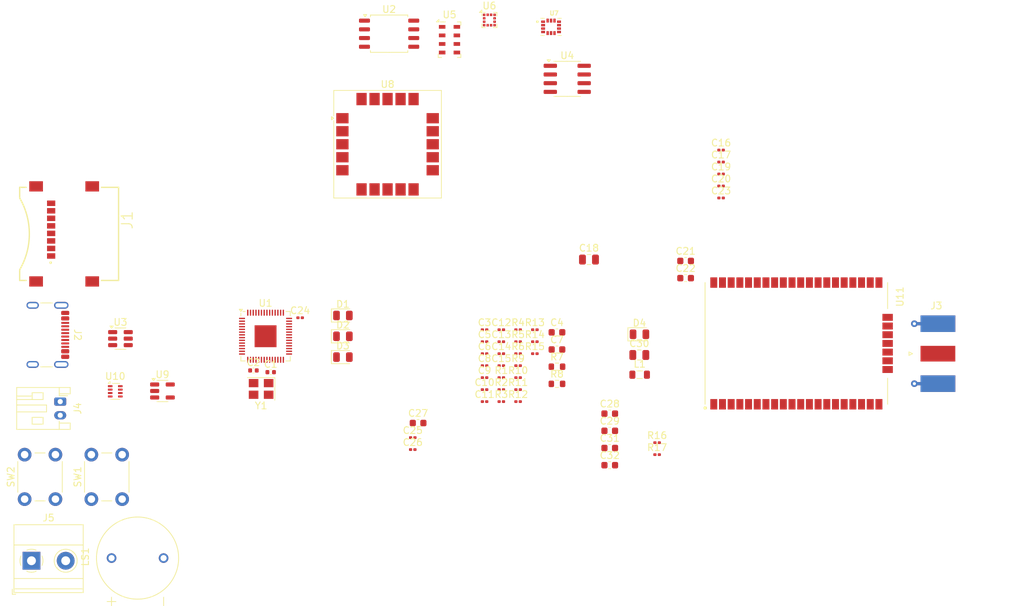
<source format=kicad_pcb>
(kicad_pcb (version 20240108) (generator "pcbnew") (generator_version "8.0")
  (layers (0 "F.Cu" signal) (1 "In1.Cu" signal) (2 "In2.Cu" signal) (31 "B.Cu" signal) (34 "B.Paste" user) (35 "F.Paste" user) (36 "B.SilkS" user "B.Silkscreen") (37 "F.SilkS" user "F.Silkscreen") (38 "B.Mask" user) (39 "F.Mask" user) (44 "Edge.Cuts" user))
  (net 0 "")
  (net 1 "GND")
  (net 2 "/XIN")
  (net 3 "Net-(C2-Pad1)")
  (net 4 "+3V3")
  (net 5 "+1V1")
  (net 6 "Net-(U6-C1)")
  (net 7 "/Power/PWR_SRC")
  (net 8 "+5V")
  (net 9 "/Power/REGULATOR_IN")
  (net 10 "+3V7")
  (net 11 "Net-(D1-K)")
  (net 12 "/PANIC")
  (net 13 "/STARTUP")
  (net 14 "Net-(D2-K)")
  (net 15 "/SD_EJECT")
  (net 16 "Net-(D3-K)")
  (net 17 "Net-(D4-K)")
  (net 19 "/SPI1_SCK")
  (net 20 "/SPI1_CS")
  (net 22 "/SPI1_MISO")
  (net 23 "/SPI1_MOSI")
  (net 24 "/D-")
  (net 25 "/D+")
  (net 26 "Net-(J2-CC1)")
  (net 27 "Net-(J2-CC2)")
  (net 30 "Net-(J3-In)")
  (net 31 "Net-(U9-SW)")
  (net 32 "RST_N")
  (net 33 "MCU_UART1_TX")
  (net 34 "MCU_UART1_RX")
  (net 35 "/QSPI_SS")
  (net 36 "Net-(R2-Pad1)")
  (net 37 "I2C0_SDA")
  (net 38 "I2C0_SCL")
  (net 39 "I2C1_SDA")
  (net 40 "I2C1_SCL")
  (net 41 "/MCU_D+")
  (net 42 "Net-(U1-USB_DP)")
  (net 43 "Net-(U1-USB_DM)")
  (net 44 "/MCU_D-")
  (net 45 "/XOUT")
  (net 46 "Net-(U10-ST)")
  (net 51 "MCU_UART0_RX")
  (net 52 "/QSPI_SCLK")
  (net 54 "/BUZZ")
  (net 59 "MCU_UART0_TX")
  (net 61 "/QSPI_SD1")
  (net 63 "/QSPI_SD3")
  (net 68 "/QSPI_SD2")
  (net 69 "/QSPI_SD0")
  (net 85 "Net-(LS1-PadN)")
  (footprint "Capacitor_SMD:C_0603_1608Metric" (layer "F.Cu") (at 151.235 128.76)
    (property "Reference" "C28" (at 0 -1.43 0) (layer "F.SilkS"))
    (property "Value" "1u")
    (pad "1" smd roundrect (at -0.775 0) (size 0.9 0.95) (layers "F.Cu" "F.Paste" "F.Mask") (net 7 "/Power/PWR_SRC"))
    (pad "2" smd roundrect (at 0.775 0) (size 0.9 0.95) (layers "F.Cu" "F.Paste" "F.Mask") (net 1 "GND"))
  )
  (footprint "Resistor_SMD:R_0201_0603Metric" (layer "F.Cu") (at 137.845 118.25)
    (property "Reference" "R5" (at 0 -1.05 0) (layer "F.SilkS"))
    (property "Value" "2k2")
    (pad "1" smd roundrect (at -0.32 0) (size 0.46 0.4) (layers "F.Cu" "F.Mask") (net 4 "+3V3"))
    (pad "2" smd roundrect (at 0.32 0) (size 0.46 0.4) (layers "F.Cu" "F.Mask") (net 39 "I2C1_SDA"))
  )
  (footprint "Resistor_SMD:R_0201_0603Metric" (layer "F.Cu") (at 137.845 120)
    (property "Reference" "R6" (at 0 -1.05 0) (layer "F.SilkS"))
    (property "Value" "2k2")
    (pad "1" smd roundrect (at -0.32 0) (size 0.46 0.4) (layers "F.Cu" "F.Mask") (net 4 "+3V3"))
    (pad "2" smd roundrect (at 0.32 0) (size 0.46 0.4) (layers "F.Cu" "F.Mask") (net 40 "I2C1_SCL"))
  )
  (footprint "Resistor_SMD:R_0201_0603Metric" (layer "F.Cu") (at 158.155 134.75)
    (property "Reference" "R17" (at 0 -1.05 0) (layer "F.SilkS"))
    (property "Value" "1k")
    (pad "1" smd roundrect (at -0.32 0) (size 0.46 0.4) (layers "F.Cu" "F.Mask") (net 17 "Net-(D4-K)"))
    (pad "2" smd roundrect (at 0.32 0) (size 0.46 0.4) (layers "F.Cu" "F.Mask") (net 1 "GND"))
  )
  (footprint "Capacitor_SMD:C_0201_0603Metric" (layer "F.Cu") (at 167.5 92)
    (property "Reference" "C17" (at 0 -1.05 0) (layer "F.SilkS"))
    (property "Value" "100n")
    (pad "1" smd roundrect (at -0.32 0) (size 0.46 0.4) (layers "F.Cu" "F.Mask") (net 4 "+3V3"))
    (pad "2" smd roundrect (at 0.32 0) (size 0.46 0.4) (layers "F.Cu" "F.Mask") (net 1 "GND"))
  )
  (footprint "Capacitor_SMD:C_0402_1005Metric" (layer "F.Cu") (at 101.7 122.7)
    (property "Reference" "C1" (at 0 -1.16 0) (layer "F.SilkS"))
    (property "Value" "15p")
    (pad "1" smd roundrect (at -0.48 0) (size 0.56 0.62) (layers "F.Cu" "F.Paste" "F.Mask") (net 2 "/XIN"))
    (pad "2" smd roundrect (at 0.48 0) (size 0.56 0.62) (layers "F.Cu" "F.Paste" "F.Mask") (net 1 "GND"))
  )
  (footprint "Package_TO_SOT_SMD:TSOT-23-5" (layer "F.Cu") (at 85.8875 125.45)
    (property "Reference" "U9" (at 0 -2.4 0) (layer "F.SilkS"))
    (property "Value" "LM3671MF")
    (pad "1" smd roundrect (at -1.1375 -0.95) (size 1.325 0.6) (layers "F.Cu" "F.Paste" "F.Mask") (net 9 "/Power/REGULATOR_IN"))
    (pad "2" smd roundrect (at -1.1375 0) (size 1.325 0.6) (layers "F.Cu" "F.Paste" "F.Mask") (net 1 "GND"))
    (pad "3" smd roundrect (at -1.1375 0.95) (size 1.325 0.6) (layers "F.Cu" "F.Paste" "F.Mask") (net 9 "/Power/REGULATOR_IN"))
    (pad "4" smd roundrect (at 1.1375 0.95) (size 1.325 0.6) (layers "F.Cu" "F.Paste" "F.Mask") (net 4 "+3V3"))
    (pad "5" smd roundrect (at 1.1375 -0.95) (size 1.325 0.6) (layers "F.Cu" "F.Paste" "F.Mask") (net 31 "Net-(U9-SW)"))
  )
  (footprint "Capacitor_SMD:C_0201_0603Metric" (layer "F.Cu") (at 132.945 120)
    (property "Reference" "C6" (at 0 -1.05 0) (layer "F.SilkS"))
    (property "Value" "100n")
    (pad "1" smd roundrect (at -0.32 0) (size 0.46 0.4) (layers "F.Cu" "F.Mask") (net 5 "+1V1"))
    (pad "2" smd roundrect (at 0.32 0) (size 0.46 0.4) (layers "F.Cu" "F.Mask") (net 1 "GND"))
  )
  (footprint "Package_TO_SOT_SMD:SOT-23-6" (layer "F.Cu") (at 79.75 117.8)
    (property "Reference" "U3" (at 0 -2.4 0) (layer "F.SilkS"))
    (property "Value" "USBLC6-2SC6")
    (pad "1" smd roundrect (at -1.1375 -0.95) (size 1.325 0.6) (layers "F.Cu" "F.Paste" "F.Mask") (net 24 "/D-"))
    (pad "2" smd roundrect (at -1.1375 0) (size 1.325 0.6) (layers "F.Cu" "F.Paste" "F.Mask") (net 1 "GND"))
    (pad "3" smd roundrect (at -1.1375 0.95) (size 1.325 0.6) (layers "F.Cu" "F.Paste" "F.Mask") (net 25 "/D+"))
    (pad "4" smd roundrect (at 1.1375 0.95) (size 1.325 0.6) (layers "F.Cu" "F.Paste" "F.Mask") (net 41 "/MCU_D+"))
    (pad "5" smd roundrect (at 1.1375 0) (size 1.325 0.6) (layers "F.Cu" "F.Paste" "F.Mask") (net 8 "+5V"))
    (pad "6" smd roundrect (at 1.1375 -0.95) (size 1.325 0.6) (layers "F.Cu" "F.Paste" "F.Mask") (net 44 "/MCU_D-"))
  )
  (footprint "Capacitor_SMD:C_0201_0603Metric" (layer "F.Cu") (at 122.455 134.01)
    (property "Reference" "C26" (at 0 -1.05 0) (layer "F.SilkS"))
    (property "Value" "100n")
    (pad "1" smd roundrect (at -0.32 0) (size 0.46 0.4) (layers "F.Cu" "F.Mask") (net 4 "+3V3"))
    (pad "2" smd roundrect (at 0.32 0) (size 0.46 0.4) (layers "F.Cu" "F.Mask") (net 1 "GND"))
  )
  (footprint "Capacitor_SMD:C_0201_0603Metric" (layer "F.Cu") (at 135.395 121.75)
    (property "Reference" "C15" (at 0 -1.05 0) (layer "F.SilkS"))
    (property "Value" "100n")
    (pad "1" smd roundrect (at -0.32 0) (size 0.46 0.4) (layers "F.Cu" "F.Mask") (net 4 "+3V3"))
    (pad "2" smd roundrect (at 0.32 0) (size 0.46 0.4) (layers "F.Cu" "F.Mask") (net 1 "GND"))
  )
  (footprint "Capacitor_SMD:C_0201_0603Metric" (layer "F.Cu") (at 132.945 116.5)
    (property "Reference" "C3" (at 0 -1.05 0) (layer "F.SilkS"))
    (property "Value" "100n")
    (pad "1" smd roundrect (at -0.32 0) (size 0.46 0.4) (layers "F.Cu" "F.Mask") (net 4 "+3V3"))
    (pad "2" smd roundrect (at 0.32 0) (size 0.46 0.4) (layers "F.Cu" "F.Mask") (net 1 "GND"))
  )
  (footprint "Package_DFN_QFN:QFN-56-1EP_7x7mm_P0.4mm_EP3.2x3.2mm" (layer "F.Cu") (at 100.95 117.45)
    (property "Reference" "U1" (at 0 -4.83 0) (layer "F.SilkS"))
    (property "Value" "RP2040")
    (pad "1" smd roundrect (at -3.4375 -2.6) (size 0.875 0.2) (layers "F.Cu" "F.Paste" "F.Mask") (net 4 "+3V3"))
    (pad "2" smd roundrect (at -3.4375 -2.2) (size 0.875 0.2) (layers "F.Cu" "F.Paste" "F.Mask") (net 59 "MCU_UART0_TX"))
    (pad "3" smd roundrect (at -3.4375 -1.8) (size 0.875 0.2) (layers "F.Cu" "F.Paste" "F.Mask") (net 51 "MCU_UART0_RX"))
    (pad "4" smd roundrect (at -3.4375 -1.4) (size 0.875 0.2) (layers "F.Cu" "F.Paste" "F.Mask"))
    (pad "5" smd roundrect (at -3.4375 -1) (size 0.875 0.2) (layers "F.Cu" "F.Paste" "F.Mask"))
    (pad "6" smd roundrect (at -3.4375 -0.6) (size 0.875 0.2) (layers "F.Cu" "F.Paste" "F.Mask") (net 37 "I2C0_SDA"))
    (pad "7" smd roundrect (at -3.4375 -0.2) (size 0.875 0.2) (layers "F.Cu" "F.Paste" "F.Mask") (net 38 "I2C0_SCL"))
    (pad "8" smd roundrect (at -3.4375 0.2) (size 0.875 0.2) (layers "F.Cu" "F.Paste" "F.Mask") (net 39 "I2C1_SDA"))
    (pad "9" smd roundrect (at -3.4375 0.6) (size 0.875 0.2) (layers "F.Cu" "F.Paste" "F.Mask") (net 40 "I2C1_SCL"))
    (pad "10" smd roundrect (at -3.4375 1) (size 0.875 0.2) (layers "F.Cu" "F.Paste" "F.Mask") (net 4 "+3V3"))
    (pad "11" smd roundrect (at -3.4375 1.4) (size 0.875 0.2) (layers "F.Cu" "F.Paste" "F.Mask") (net 22 "/SPI1_MISO"))
    (pad "12" smd roundrect (at -3.4375 1.8) (size 0.875 0.2) (layers "F.Cu" "F.Paste" "F.Mask") (net 20 "/SPI1_CS"))
    (pad "13" smd roundrect (at -3.4375 2.2) (size 0.875 0.2) (layers "F.Cu" "F.Paste" "F.Mask") (net 19 "/SPI1_SCK"))
    (pad "14" smd roundrect (at -3.4375 2.6) (size 0.875 0.2) (layers "F.Cu" "F.Paste" "F.Mask") (net 23 "/SPI1_MOSI"))
    (pad "15" smd roundrect (at -2.6 3.4375) (size 0.2 0.875) (layers "F.Cu" "F.Paste" "F.Mask"))
    (pad "16" smd roundrect (at -2.2 3.4375) (size 0.2 0.875) (layers "F.Cu" "F.Paste" "F.Mask"))
    (pad "17" smd roundrect (at -1.8 3.4375) (size 0.2 0.875) (layers "F.Cu" "F.Paste" "F.Mask"))
    (pad "18" smd roundrect (at -1.4 3.4375) (size 0.2 0.875) (layers "F.Cu" "F.Paste" "F.Mask"))
    (pad "19" smd roundrect (at -1 3.4375) (size 0.2 0.875) (layers "F.Cu" "F.Paste" "F.Mask") (net 1 "GND"))
    (pad "20" smd roundrect (at -0.6 3.4375) (size 0.2 0.875) (layers "F.Cu" "F.Paste" "F.Mask") (net 2 "/XIN"))
    (pad "21" smd roundrect (at -0.2 3.4375) (size 0.2 0.875) (layers "F.Cu" "F.Paste" "F.Mask") (net 45 "/XOUT"))
    (pad "22" smd roundrect (at 0.2 3.4375) (size 0.2 0.875) (layers "F.Cu" "F.Paste" "F.Mask") (net 4 "+3V3"))
    (pad "23" smd roundrect (at 0.6 3.4375) (size 0.2 0.875) (layers "F.Cu" "F.Paste" "F.Mask") (net 5 "+1V1"))
    (pad "24" smd roundrect (at 1 3.4375) (size 0.2 0.875) (layers "F.Cu" "F.Paste" "F.Mask"))
    (pad "25" smd roundrect (at 1.4 3.4375) (size 0.2 0.875) (layers "F.Cu" "F.Paste" "F.Mask"))
    (pad "26" smd roundrect (at 1.8 3.4375) (size 0.2 0.875) (layers "F.Cu" "F.Paste" "F.Mask") (net 32 "RST_N"))
    (pad "27" smd roundrect (at 2.2 3.4375) (size 0.2 0.875) (layers "F.Cu" "F.Paste" "F.Mask"))
    (pad "28" smd roundrect (at 2.6 3.4375) (size 0.2 0.875) (layers "F.Cu" "F.Paste" "F.Mask"))
    (pad "29" smd roundrect (at 3.4375 2.6) (size 0.875 0.2) (layers "F.Cu" "F.Paste" "F.Mask"))
    (pad "30" smd roundrect (at 3.4375 2.2) (size 0.875 0.2) (layers "F.Cu" "F.Paste" "F.Mask"))
    (pad "31" smd roundrect (at 3.4375 1.8) (size 0.875 0.2) (layers "F.Cu" "F.Paste" "F.Mask") (net 33 "MCU_UART1_TX"))
    (pad "32" smd roundrect (at 3.4375 1.4) (size 0.875 0.2) (layers "F.Cu" "F.Paste" "F.Mask") (net 34 "MCU_UART1_RX"))
    (pad "33" smd roundrect (at 3.4375 1) (size 0.875 0.2) (layers "F.Cu" "F.Paste" "F.Mask") (net 4 "+3V3"))
    (pad "34" smd roundrect (at 3.4375 0.6) (size 0.875 0.2) (layers "F.Cu" "F.Paste" "F.Mask") (net 15 "/SD_EJECT"))
    (pad "35" smd roundrect (at 3.4375 0.2) (size 0.875 0.2) (layers "F.Cu" "F.Paste" "F.Mask") (net 54 "/BUZZ"))
    (pad "36" smd roundrect (at 3.4375 -0.2) (size 0.875 0.2) (layers "F.Cu" "F.Paste" "F.Mask") (net 13 "/STARTUP"))
    (pad "37" smd roundrect (at 3.4375 -0.6) (size 0.875 0.2) (layers "F.Cu" "F.Paste" "F.Mask") (net 12 "/PANIC"))
    (pad "38" smd roundrect (at 3.4375 -1) (size 0.875 0.2) (layers "F.Cu" "F.Paste" "F.Mask"))
    (pad "39" smd roundrect (at 3.4375 -1.4) (size 0.875 0.2) (layers "F.Cu" "F.Paste" "F.Mask"))
    (pad "40" smd roundrect (at 3.4375 -1.8) (size 0.875 0.2) (layers "F.Cu" "F.Paste" "F.Mask"))
    (pad "41" smd roundrect (at 3.4375 -2.2) (size 0.875 0.2) (layers "F.Cu" "F.Paste" "F.Mask"))
    (pad "42" smd roundrect (at 3.4375 -2.6) (size 0.875 0.2) (layers "F.Cu" "F.Paste" "F.Mask") (net 4 "+3V3"))
    (pad "43" smd roundrect (at 2.6 -3.4375) (size 0.2 0.875) (layers "F.Cu" "F.Paste" "F.Mask") (net 4 "+3V3"))
    (pad "44" smd roundrect (at 2.2 -3.4375) (size 0.2 0.875) (layers "F.Cu" "F.Paste" "F.Mask") (net 4 "+3V3"))
    (pad "45" smd roundrect (at 1.8 -3.4375) (size 0.2 0.875) (layers "F.Cu" "F.Paste" "F.Mask") (net 5 "+1V1"))
    (pad "46" smd roundrect (at 1.4 -3.4375) (size 0.2 0.875) (layers "F.Cu" "F.Paste" "F.Mask") (net 43 "Net-(U1-USB_DM)"))
    (pad "47" smd roundrect (at 1 -3.4375) (size 0.2 0.875) (layers "F.Cu" "F.Paste" "F.Mask") (net 42 "Net-(U1-USB_DP)"))
    (pad "48" smd roundrect (at 0.6 -3.4375) (size 0.2 0.875) (layers "F.Cu" "F.Paste" "F.Mask") (net 4 "+3V3"))
    (pad "49" smd roundrect (at 0.2 -3.4375) (size 0.2 0.875) (layers "F.Cu" "F.Paste" "F.Mask") (net 4 "+3V3"))
    (pad "50" smd roundrect (at -0.2 -3.4375) (size 0.2 0.875) (layers "F.Cu" "F.Paste" "F.Mask") (net 5 "+1V1"))
    (pad "51" smd roundrect (at -0.6 -3.4375) (size 0.2 0.875) (layers "F.Cu" "F.Paste" "F.Mask") (net 63 "/QSPI_SD3"))
    (pad "52" smd roundrect (at -1 -3.4375) (size 0.2 0.875) (layers "F.Cu" "F.Paste" "F.Mask") (net 52 "/QSPI_SCLK"))
    (pad "53" smd roundrect (at -1.4 -3.4375) (size 0.2 0.875) (layers "F.Cu" "F.Paste" "F.Mask") (net 69 "/QSPI_SD0"))
    (pad "54" smd roundrect (at -1.8 -3.4375) (size 0.2 0.875) (layers "F.Cu" "F.Paste" "F.Mask") (net 68 "/QSPI_SD2"))
    (pad "55" smd roundrect (at -2.2 -3.4375) (size 0.2 0.875) (layers "F.Cu" "F.Paste" "F.Mask") (net 61 "/QSPI_SD1"))
    (pad "56" smd roundrect (at -2.6 -3.4375) (size 0.2 0.875) (layers "F.Cu" "F.Paste" "F.Mask") (net 35 "/QSPI_SS"))
    (pad "57" smd rect (at 0 0) (size 3.2 3.2) (property pad_prop_heatsink) (layers "F.Cu" "F.Mask") (net 1 "GND"))
  )
  (footprint "Capacitor_SMD:C_0201_0603Metric" (layer "F.Cu") (at 135.395 118.25)
    (property "Reference" "C13" (at 0 -1.05 0) (layer "F.SilkS"))
    (property "Value" "100n")
    (pad "1" smd roundrect (at -0.32 0) (size 0.46 0.4) (layers "F.Cu" "F.Mask") (net 4 "+3V3"))
    (pad "2" smd roundrect (at 0.32 0) (size 0.46 0.4) (layers "F.Cu" "F.Mask") (net 1 "GND"))
  )
  (footprint "Capacitor_SMD:C_0201_0603Metric" (layer "F.Cu") (at 167.5 95.5)
    (property "Reference" "C20" (at 0 -1.05 0) (layer "F.SilkS"))
    (property "Value" "100n")
    (pad "1" smd roundrect (at -0.32 0) (size 0.46 0.4) (layers "F.Cu" "F.Mask") (net 4 "+3V3"))
    (pad "2" smd roundrect (at 0.32 0) (size 0.46 0.4) (layers "F.Cu" "F.Mask") (net 1 "GND"))
  )
  (footprint "Capacitor_SMD:C_0201_0603Metric" (layer "F.Cu") (at 132.945 125.25)
    (property "Reference" "C10" (at 0 -1.05 0) (layer "F.SilkS"))
    (property "Value" "100n")
    (pad "1" smd roundrect (at -0.32 0) (size 0.46 0.4) (layers "F.Cu" "F.Mask") (net 4 "+3V3"))
    (pad "2" smd roundrect (at 0.32 0) (size 0.46 0.4) (layers "F.Cu" "F.Mask") (net 1 "GND"))
  )
  (footprint "Resistor_SMD:R_0201_0603Metric" (layer "F.Cu") (at 135.395 127)
    (property "Reference" "R3" (at 0 -1.05 0) (layer "F.SilkS"))
    (property "Value" "2k2")
    (pad "1" smd roundrect (at -0.32 0) (size 0.46 0.4) (layers "F.Cu" "F.Mask") (net 4 "+3V3"))
    (pad "2" smd roundrect (at 0.32 0) (size 0.46 0.4) (layers "F.Cu" "F.Mask") (net 37 "I2C0_SDA"))
  )
  (footprint "Capacitor_SMD:C_0201_0603Metric" (layer "F.Cu") (at 106 114.75)
    (property "Reference" "C24" (at 0 -1.05 0) (layer "F.SilkS"))
    (property "Value" "100n")
    (pad "1" smd roundrect (at -0.32 0) (size 0.46 0.4) (layers "F.Cu" "F.Mask") (net 4 "+3V3"))
    (pad "2" smd roundrect (at 0.32 0) (size 0.46 0.4) (layers "F.Cu" "F.Mask") (net 1 "GND"))
  )
  (footprint "Resistor_SMD:R_0201_0603Metric" (layer "F.Cu") (at 135.395 125.25)
    (property "Reference" "R2" (at 0 -1.05 0) (layer "F.SilkS"))
    (property "Value" "1k")
    (pad "1" smd roundrect (at -0.32 0) (size 0.46 0.4) (layers "F.Cu" "F.Mask") (net 36 "Net-(R2-Pad1)"))
    (pad "2" smd roundrect (at 0.32 0) (size 0.46 0.4) (layers "F.Cu" "F.Mask") (net 35 "/QSPI_SS"))
  )
  (footprint "Resistor_SMD:R_0201_0603Metric" (layer "F.Cu") (at 158.155 133)
    (property "Reference" "R16" (at 0 -1.05 0) (layer "F.SilkS"))
    (property "Value" "10k")
    (pad "1" smd roundrect (at -0.32 0) (size 0.46 0.4) (layers "F.Cu" "F.Mask") (net 8 "+5V"))
    (pad "2" smd roundrect (at 0.32 0) (size 0.46 0.4) (layers "F.Cu" "F.Mask") (net 46 "Net-(U10-ST)"))
  )
  (footprint "Capacitor_SMD:C_0603_1608Metric" (layer "F.Cu") (at 151.235 133.78)
    (property "Reference" "C31" (at 0 -1.43 0) (layer "F.SilkS"))
    (property "Value" "4u7")
    (pad "1" smd roundrect (at -0.775 0) (size 0.9 0.95) (layers "F.Cu" "F.Paste" "F.Mask") (net 9 "/Power/REGULATOR_IN"))
    (pad "2" smd roundrect (at 0.775 0) (size 0.9 0.95) (layers "F.Cu" "F.Paste" "F.Mask") (net 1 "GND"))
  )
  (footprint "Resistor_SMD:R_0201_0603Metric" (layer "F.Cu") (at 137.845 123.5)
    (property "Reference" "R10" (at 0 -1.05 0) (layer "F.SilkS"))
    (property "Value" "5k1")
    (pad "1" smd roundrect (at -0.32 0) (size 0.46 0.4) (layers "F.Cu" "F.Mask") (net 26 "Net-(J2-CC1)"))
    (pad "2" smd roundrect (at 0.32 0) (size 0.46 0.4) (layers "F.Cu" "F.Mask") (net 1 "GND"))
  )
  (footprint "Package_LGA:LGA-12_2x2mm_P0.5mm" (layer "F.Cu") (at 133.65 71.25)
    (property "Reference" "U6" (at 0 -2.075 0) (layer "F.SilkS"))
    (property "Value" "LIS2MDL")
    (pad "1" smd rect (at -0.7625 -0.75) (size 0.375 0.35) (layers "F.Cu" "F.Paste" "F.Mask") (net 38 "I2C0_SCL"))
    (pad "2" smd rect (at -0.7625 -0.25) (size 0.375 0.35) (layers "F.Cu" "F.Paste" "F.Mask"))
    (pad "3" smd rect (at -0.7625 0.25) (size 0.375 0.35) (layers "F.Cu" "F.Paste" "F.Mask") (net 4 "+3V3"))
    (pad "4" smd rect (at -0.7625 0.75) (size 0.375 0.35) (layers "F.Cu" "F.Paste" "F.Mask") (net 37 "I2C0_SDA"))
    (pad "5" smd rect (at -0.25 0.7625 90) (size 0.375 0.35) (layers "F.Cu" "F.Paste" "F.Mask") (net 6 "Net-(U6-C1)"))
    (pad "6" smd rect (at 0.25 0.7625 90) (size 0.375 0.35) (layers "F.Cu" "F.Paste" "F.Mask") (net 1 "GND"))
    (pad "7" smd rect (at 0.7625 0.75) (size 0.375 0.35) (layers "F.Cu" "F.Paste" "F.Mask"))
    (pad "8" smd rect (at 0.7625 0.25) (size 0.375 0.35) (layers "F.Cu" "F.Paste" "F.Mask") (net 1 "GND"))
    (pad "9" smd rect (at 0.7625 -0.25) (size 0.375 0.35) (layers "F.Cu" "F.Paste" "F.Mask") (net 4 "+3V3"))
    (pad "10" smd rect (at 0.7625 -0.75) (size 0.375 0.35) (layers "F.Cu" "F.Paste" "F.Mask") (net 4 "+3V3"))
    (pad "11" smd rect (at 0.25 -0.7625 90) (size 0.375 0.35) (layers "F.Cu" "F.Paste" "F.Mask"))
    (pad "12" smd rect (at -0.25 -0.7625 90) (size 0.375 0.35) (layers "F.Cu" "F.Paste" "F.Mask"))
  )
  (footprint "Capacitor_SMD:C_0603_1608Metric" (layer "F.Cu") (at 162.32 108.96)
    (property "Reference" "C22" (at 0 -1.43 0) (layer "F.SilkS"))
    (property "Value" "4u7")
    (pad "1" smd roundrect (at -0.775 0) (size 0.9 0.95) (layers "F.Cu" "F.Paste" "F.Mask") (net 4 "+3V3"))
    (pad "2" smd roundrect (at 0.775 0) (size 0.9 0.95) (layers "F.Cu" "F.Paste" "F.Mask") (net 1 "GND"))
  )
  (footprint "Capacitor_SMD:C_0201_0603Metric" (layer "F.Cu") (at 135.395 120)
    (property "Reference" "C14" (at 0 -1.05 0) (layer "F.SilkS"))
    (property "Value" "100n")
    (pad "1" smd roundrect (at -0.32 0) (size 0.46 0.4) (layers "F.Cu" "F.Mask") (net 4 "+3V3"))
    (pad "2" smd roundrect (at 0.32 0) (size 0.46 0.4) (layers "F.Cu" "F.Mask") (net 1 "GND"))
  )
  (footprint "Capacitor_SMD:C_0201_0603Metric" (layer "F.Cu") (at 122.455 132.26)
    (property "Reference" "C25" (at 0 -1.05 0) (layer "F.SilkS"))
    (property "Value" "100n")
    (pad "1" smd roundrect (at -0.32 0) (size 0.46 0.4) (layers "F.Cu" "F.Mask") (net 4 "+3V3"))
    (pad "2" smd roundrect (at 0.32 0) (size 0.46 0.4) (layers "F.Cu" "F.Mask") (net 1 "GND"))
  )
  (footprint "TerminalBlock_Phoenix:TerminalBlock_Phoenix_MKDS-1,5-2_1x02_P5.00mm_Horizontal" (layer "F.Cu") (at 66.75 150.25)
    (property "Reference" "J5" (at 2.5 -6.26 0) (layer "F.SilkS"))
    (property "Value" "ARM")
    (pad "1" thru_hole rect (at 0 0) (size 2.6 2.6) (drill 1.3) (layers "*.Cu" "*.Mask") (net 9 "/Power/REGULATOR_IN"))
    (pad "2" thru_hole circle (at 5 0) (size 2.6 2.6) (drill 1.3) (layers "*.Cu" "*.Mask") (net 7 "/Power/PWR_SRC"))
  )
  (footprint "Inductor_SMD:L_0805_2012Metric" (layer "F.Cu") (at 155.605 123.07)
    (property "Reference" "L1" (at 0 -1.55 0) (layer "F.SilkS"))
    (property "Value" "2u2")
    (pad "1" smd roundrect (at -1.0625 0) (size 0.875 1.2) (layers "F.Cu" "F.Paste" "F.Mask") (net 31 "Net-(U9-SW)"))
    (pad "2" smd roundrect (at 1.0625 0) (size 0.875 1.2) (layers "F.Cu" "F.Paste" "F.Mask") (net 4 "+3V3"))
  )
  (footprint "Resistor_SMD:R_0201_0603Metric" (layer "F.Cu") (at 137.845 125.25)
    (property "Reference" "R11" (at 0 -1.05 0) (layer "F.SilkS"))
    (property "Value" "5k1")
    (pad "1" smd roundrect (at -0.32 0) (size 0.46 0.4) (layers "F.Cu" "F.Mask") (net 27 "Net-(J2-CC2)"))
    (pad "2" smd roundrect (at 0.32 0) (size 0.46 0.4) (layers "F.Cu" "F.Mask") (net 1 "GND"))
  )
  (footprint "Resistor_SMD:R_0603_1608Metric" (layer "F.Cu") (at 143.525 124.41)
    (property "Reference" "R8" (at 0 -1.43 0) (layer "F.SilkS"))
    (property "Value" "27R")
    (pad "1" smd roundrect (at -0.825 0) (size 0.8 0.95) (layers "F.Cu" "F.Paste" "F.Mask") (net 44 "/MCU_D-"))
    (pad "2" smd roundrect (at 0.825 0) (size 0.8 0.95) (layers "F.Cu" "F.Paste" "F.Mask") (net 43 "Net-(U1-USB_DM)"))
  )
  (footprint "Capacitor_SMD:C_0603_1608Metric" (layer "F.Cu") (at 151.235 131.27)
    (property "Reference" "C29" (at 0 -1.43 0) (layer "F.SilkS"))
    (property "Value" "1u")
    (pad "1" smd roundrect (at -0.775 0) (size 0.9 0.95) (layers "F.Cu" "F.Paste" "F.Mask") (net 8 "+5V"))
    (pad "2" smd roundrect (at 0.775 0) (size 0.9 0.95) (layers "F.Cu" "F.Paste" "F.Mask") (net 1 "GND"))
  )
  (footprint "Resistor_SMD:R_0201_0603Metric" (layer "F.Cu") (at 137.845 121.75)
    (property "Reference" "R9" (at 0 -1.05 0) (layer "F.SilkS"))
    (property "Value" "1k")
    (pad "1" smd roundrect (at -0.32 0) (size 0.46 0.4) (layers "F.Cu" "F.Mask") (net 3 "Net-(C2-Pad1)"))
    (pad "2" smd roundrect (at 0.32 0) (size 0.46 0.4) (layers "F.Cu" "F.Mask") (net 45 "/XOUT"))
  )
  (footprint "LED_SMD:LED_0805_2012Metric" (layer "F.Cu") (at 155.575 117.165)
    (property "Reference" "D4" (at 0 -1.65 0) (layer "F.SilkS"))
    (property "Value" "GREEN LED")
    (pad "1" smd roundrect (at -0.9375 0) (size 0.975 1.4) (layers "F.Cu" "F.Paste" "F.Mask") (net 17 "Net-(D4-K)"))
    (pad "2" smd roundrect (at 0.9375 0) (size 0.975 1.4) (layers "F.Cu" "F.Paste" "F.Mask") (net 4 "+3V3"))
  )
  (footprint "Capacitor_SMD:C_0201_0603Metric" (layer "F.Cu") (at 167.5 93.75)
    (property "Reference" "C19" (at 0 -1.05 0) (layer "F.SilkS"))
    (property "Value" "100n")
    (pad "1" smd roundrect (at -0.32 0) (size 0.46 0.4) (layers "F.Cu" "F.Mask") (net 4 "+3V3"))
    (pad "2" smd roundrect (at 0.32 0) (size 0.46 0.4) (layers "F.Cu" "F.Mask") (net 1 "GND"))
  )
  (footprint "Capacitor_SMD:C_0201_0603Metric" (layer "F.Cu") (at 132.945 121.75)
    (property "Reference" "C8" (at 0 -1.05 0) (layer "F.SilkS"))
    (property "Value" "100n")
    (pad "1" smd roundrect (at -0.32 0) (size 0.46 0.4) (layers "F.Cu" "F.Mask") (net 4 "+3V3"))
    (pad "2" smd roundrect (at 0.32 0) (size 0.46 0.4) (layers "F.Cu" "F.Mask") (net 1 "GND"))
  )
  (footprint "LED_SMD:LED_0805_2012Metric" (layer "F.Cu") (at 112.25 117.46)
    (property "Reference" "D2" (at 0 -1.65 0) (layer "F.SilkS"))
    (property "Value" "GREEN LED")
    (pad "1" smd roundrect (at -0.9375 0) (size 0.975 1.4) (layers "F.Cu" "F.Paste" "F.Mask") (net 14 "Net-(D2-K)"))
    (pad "2" smd roundrect (at 0.9375 0) (size 0.975 1.4) (layers "F.Cu" "F.Paste" "F.Mask") (net 13 "/STARTUP"))
  )
  (footprint "Capacitor_SMD:C_0603_1608Metric" (layer "F.Cu") (at 143.525 119.39)
    (property "Reference" "C7" (at 0 -1.43 0) (layer "F.SilkS"))
    (property "Value" "1u")
    (pad "1" smd roundrect (at -0.775 0) (size 0.9 0.95) (layers "F.Cu" "F.Paste" "F.Mask") (net 4 "+3V3"))
    (pad "2" smd roundrect (at 0.775 0) (size 0.9 0.95) (layers "F.Cu" "F.Paste" "F.Mask") (net 1 "GND"))
  )
  (footprint "RF_GPS:ublox_SAM-M8Q" (layer "F.Cu") (at 118.775 89.4)
    (property "Reference" "U8" (at 0 -8.75 0) (layer "F.SilkS"))
    (property "Value" "SAM-M8Q")
    (pad "1" smd rect (at -6.6 -3.8) (size 1.8 1.5) (layers "F.Cu" "F.Mask") (net 1 "GND"))
    (pad "2" smd rect (at -6.6 -1.9) (size 1.8 1.5) (layers "F.Cu" "F.Mask") (net 4 "+3V3"))
    (pad "3" smd rect (at -6.6 0) (size 1.8 1.5) (layers "F.Cu" "F.Mask") (net 4 "+3V3"))
    (pad "4" smd rect (at -6.6 1.9) (size 1.8 1.5) (layers "F.Cu" "F.Mask") (net 1 "GND"))
    (pad "5" smd rect (at -6.6 3.8) (size 1.8 1.5) (layers "F.Cu" "F.Mask") (net 1 "GND"))
    (pad "6" smd rect (at -3.8 6.6) (size 1.5 1.8) (layers "F.Cu" "F.Mask") (net 1 "GND"))
    (pad "7" smd rect (at -1.9 6.6) (size 1.5 1.8) (layers "F.Cu" "F.Mask"))
    (pad "8" smd rect (at 0 6.6) (size 1.5 1.8) (layers "F.Cu" "F.Mask"))
    (pad "9" smd rect (at 1.9 6.6) (size 1.5 1.8) (layers "F.Cu" "F.Mask"))
    (pad "10" smd rect (at 3.8 6.6) (size 1.5 1.8) (layers "F.Cu" "F.Mask") (net 1 "GND"))
    (pad "11" smd rect (at 6.6 3.8) (size 1.8 1.5) (layers "F.Cu" "F.Mask") (net 1 "GND"))
    (pad "12" smd rect (at 6.6 1.9) (size 1.8 1.5) (layers "F.Cu" "F.Mask"))
    (pad "13" smd rect (at 6.6 0) (size 1.8 1.5) (layers "F.Cu" "F.Mask") (net 51 "MCU_UART0_RX"))
    (pad "14" smd rect (at 6.6 -1.9) (size 1.8 1.5) (layers "F.Cu" "F.Mask") (net 59 "MCU_UART0_TX"))
    (pad "15" smd rect (at 6.6 -3.8) (size 1.8 1.5) (layers "F.Cu" "F.Mask") (net 1 "GND"))
    (pad "16" smd rect (at 3.8 -6.6) (size 1.5 1.8) (layers "F.Cu" "F.Mask") (net 1 "GND"))
    (pad "17" smd rect (at 1.9 -6.6) (size 1.5 1.8) (layers "F.Cu" "F.Mask") (net 4 "+3V3"))
    (pad "18" smd rect (at 0 -6.6) (size 1.5 1.8) (layers "F.Cu" "F.Mask") (net 32 "RST_N"))
    (pad "19" smd rect (at -1.9 -6.6) (size 1.5 1.8) (layers "F.Cu" "F.Mask"))
    (pad "20" smd rect (at -3.8 -6.6) (size 1.5 1.8) (layers "F.Cu" "F.Mask") (net 1 "GND"))
  )
  (footprint "Crystal:Crystal_SMD_3225-4Pin_3.2x2.5mm" (layer "F.Cu") (at 100.3 125.15 180)
    (property "Reference" "Y1" (at 0 -2.45 0) (layer "F.SilkS"))
    (property "Value" "12MHz")
    (pad "1" smd rect (at -1.1 0.85 180) (size 1.4 1.2) (layers "F.Cu" "F.Paste" "F.Mask") (net 2 "/XIN"))
    (pad "2" smd rect (at 1.1 0.85 180) (size 1.4 1.2) (layers "F.Cu" "F.Paste" "F.Mask") (net 1 "GND"))
    (pad "3" smd rect (at 1.1 -0.85 180) (size 1.4 1.2) (layers "F.Cu" "F.Paste" "F.Mask") (net 1 "GND"))
    (pad "4" smd rect (at -1.1 -0.85 180) (size 1.4 1.2) (layers "F.Cu" "F.Paste" "F.Mask") (net 3 "Net-(C2-Pad1)"))
  )
  (footprint "Package_TO_SOT_SMD:SOT-583-8" (layer "F.Cu") (at 78.99 125.5)
    (property "Reference" "U10" (at 0 -2.2 0) (layer "F.SilkS"))
    (property "Value" "TPS2116DRL")
    (pad "1" smd roundrect (at -0.74 -0.75) (size 0.67 0.3) (layers "F.Cu" "F.Paste" "F.Mask") (roundrect_rratio 0.1666666667) (net 1 "GND"))
    (pad "2" smd roundrect (at -0.74 -0.25) (size 0.67 0.3) (layers "F.Cu" "F.Paste" "F.Mask") (roundrect_rratio 0.1666666667) (net 7 "/Power/PWR_SRC"))
    (pad "3" smd roundrect (at -0.74 0.25) (size 0.67 0.3) (layers "F.Cu" "F.Paste" "F.Mask") (roundrect_rratio 0.1666666667) (net 8 "+5V"))
    (pad "4" smd roundrect (at -0.74 0.75) (size 0.67 0.3) (layers "F.Cu" "F.Paste" "F.Mask") (roundrect_rratio 0.1666666667) (net 1 "GND"))
    (pad "5" smd roundrect (at 0.74 0.75) (size 0.67 0.3) (layers "F.Cu" "F.Paste" "F.Mask") (roundrect_rratio 0.1666666667) (net 1 "GND"))
    (pad "6" smd roundrect (at 0.74 0.25) (size 0.67 0.3) (layers "F.Cu" "F.Paste" "F.Mask") (roundrect_rratio 0.1666666667) (net 10 "+3V7"))
    (pad "7" smd roundrect (at 0.74 -0.25) (size 0.67 0.3) (layers "F.Cu" "F.Paste" "F.Mask") (roundrect_rratio 0.1666666667) (net 7 "/Power/PWR_SRC"))
    (pad "8" smd roundrect (at 0.74 -0.75) (size 0.67 0.3) (layers "F.Cu" "F.Paste" "F.Mask") (roundrect_rratio 0.1666666667) (net 46 "Net-(U10-ST)"))
  )
  (footprint "Capacitor_SMD:C_0402_1005Metric" (layer "F.Cu") (at 99.18 122.45)
    (property "Reference" "C2" (at 0 -1.16 0) (layer "F.SilkS"))
    (property "Value" "15p")
    (pad "1" smd roundrect (at -0.48 0) (size 0.56 0.62) (layers "F.Cu" "F.Paste" "F.Mask") (net 3 "Net-(C2-Pad1)"))
    (pad "2" smd roundrect (at 0.48 0) (size 0.56 0.62) (layers "F.Cu" "F.Paste" "F.Mask") (net 1 "GND"))
  )
  (footprint "Capacitor_SMD:C_0805_2012Metric" (layer "F.Cu") (at 148.2 106.25)
    (property "Reference" "C18" (at 0 -1.68 0) (layer "F.SilkS"))
    (property "Value" "10u")
    (pad "1" smd roundrect (at -0.95 0) (size 1 1.45) (layers "F.Cu" "F.Paste" "F.Mask") (net 4 "+3V3"))
    (pad "2" smd roundrect (at 0.95 0) (size 1 1.45) (layers "F.Cu" "F.Paste" "F.Mask") (net 1 "GND"))
  )
  (footprint "Resistor_SMD:R_0603_1608Metric" (layer "F.Cu") (at 143.525 121.9)
    (property "Reference" "R7" (at 0 -1.43 0) (layer "F.SilkS"))
    (property "Value" "27R")
    (pad "1" smd roundrect (at -0.825 0) (size 0.8 0.95) (layers "F.Cu" "F.Paste" "F.Mask") (net 41 "/MCU_D+"))
    (pad "2" smd roundrect (at 0.825 0) (size 0.8 0.95) (layers "F.Cu" "F.Paste" "F.Mask") (net 42 "Net-(U1-USB_DP)"))
  )
  (footprint "LED_SMD:LED_0805_2012Metric" (layer "F.Cu") (at 112.25 114.42)
    (property "Reference" "D1" (at 0 -1.65 0) (layer "F.SilkS"))
    (property "Value" "RED LED")
    (pad "1" smd roundrect (at -0.9375 0) (size 0.975 1.4) (layers "F.Cu" "F.Paste" "F.Mask") (net 11 "Net-(D1-K)"))
    (pad "2" smd roundrect (at 0.9375 0) (size 0.975 1.4) (layers "F.Cu" "F.Paste" "F.Mask") (net 12 "/PANIC"))
  )
  (footprint "Package_SO:SOIC-8_5.23x5.23mm_P1.27mm" (layer "F.Cu") (at 119 73.25)
    (property "Reference" "U2" (at 0 -3.56 0) (layer "F.SilkS"))
    (property "Value" "W25Q16JVSS")
    (pad "1" smd roundrect (at -3.6 -1.905) (size 1.6 0.6) (layers "F.Cu" "F.Paste" "F.Mask") (net 35 "/QSPI_SS"))
    (pad "2" smd roundrect (at -3.6 -0.635) (size 1.6 0.6) (layers "F.Cu" "F.Paste" "F.Mask") (net 61 "/QSPI_SD1"))
    (pad "3" smd roundrect (at -3.6 0.635) (size 1.6 0.6) (layers "F.Cu" "F.Paste" "F.Mask") (net 68 "/QSPI_SD2"))
    (pad "4" smd roundrect (at -3.6 1.905) (size 1.6 0.6) (layers "F.Cu" "F.Paste" "F.Mask") (net 1 "GND"))
    (pad "5" smd roundrect (at 3.6 1.905) (size 1.6 0.6) (layers "F.Cu" "F.Paste" "F.Mask") (net 69 "/QSPI_SD0"))
    (pad "6" smd roundrect (at 3.6 0.635) (size 1.6 0.6) (layers "F.Cu" "F.Paste" "F.Mask") (net 52 "/QSPI_SCLK"))
    (pad "7" smd roundrect (at 3.6 -0.635) (size 1.6 0.6) (layers "F.Cu" "F.Paste" "F.Mask") (net 63 "/QSPI_SD3"))
    (pad "8" smd roundrect (at 3.6 -1.905) (size 1.6 0.6) (layers "F.Cu" "F.Paste" "F.Mask") (net 4 "+3V3"))
  )
  (footprint "Connector_Coaxial:SMA_Molex_73251-1153_EdgeMount_Horizontal" (layer "F.Cu") (at 197.46 120 180)
    (property "Reference" "J3" (at -1.5 7 0) (layer "F.SilkS"))
    (property "Value" "SMA_Coax")
    (pad "1" smd rect (at -1.72 0 180) (size 5.08 2.29) (layers "F.Cu" "F.Paste" "F.Mask") (net 30 "Net-(J3-In)"))
    (pad "2" smd rect (at -1.72 -4.38 180) (size 5.08 2.42) (layers "F.Cu" "F.Paste" "F.Mask") (net 1 "GND"))
    (pad "2" smd rect (at -1.72 -4.38 180) (size 5.08 2.42) (layers "B.Cu" "B.Paste" "B.Mask") (net 1 "GND"))
    (pad "2" smd rect (at -1.72 4.38 180) (size 5.08 2.42) (layers "F.Cu" "F.Paste" "F.Mask") (net 1 "GND"))
    (pad "2" smd rect (at -1.72 4.38 180) (size 5.08 2.42) (layers "B.Cu" "B.Paste" "B.Mask") (net 1 "GND"))
    (pad "2" smd rect (at 1.27 -4.38 180) (size 0.95 0.46) (layers "F.Cu") (net 1 "GND"))
    (pad "2" smd rect (at 1.27 -4.38 180) (size 0.95 0.46) (layers "B.Cu") (net 1 "GND"))
    (pad "2" smd rect (at 1.27 4.38 180) (size 0.95 0.46) (layers "F.Cu") (net 1 "GND"))
    (pad "2" smd rect (at 1.27 4.38 180) (size 0.95 0.46) (layers "B.Cu") (net 1 "GND"))
    (pad "2" thru_hole circle (at 1.72 -4.38 180) (size 0.97 0.97) (drill 0.46) (layers "*.Cu") (net 1 "GND"))
    (pad "2" thru_hole circle (at 1.72 4.38 180) (size 0.97 0.97) (drill 0.46) (layers "*.Cu") (net 1 "GND"))
  )
  (footprint "Button_Switch_THT:SW_PUSH_6mm_H5mm" (layer "F.Cu") (at 75.5 141.25 90)
    (property "Reference" "SW1" (at 3.25 -2 90) (layer "F.SilkS"))
    (property "Value" "SW_Push")
    (pad "1" thru_hole circle (at 0 0 180) (size 2 2) (drill 1.1) (layers "*.Cu" "*.Mask") (net 1 "GND"))
    (pad "1" thru_hole circle (at 6.5 0 180) (size 2 2) (drill 1.1) (layers "*.Cu" "*.Mask") (net 1 "GND"))
    (pad "2" thru_hole circle (at 0 4.5 180) (size 2 2) (drill 1.1) (layers "*.Cu" "*.Mask") (net 36 "Net-(R2-Pad1)"))
    (pad "2" thru_hole circle (at 6.5 4.5 180) (size 2 2) (drill 1.1) (layers "*.Cu" "*.Mask") (net 36 "Net-(R2-Pad1)"))
  )
  (footprint "Capacitor_SMD:C_0201_0603Metric" (layer "F.Cu") (at 132.945 123.5)
    (property "Reference" "C9" (at 0 -1.05 0) (layer "F.SilkS"))
    (property "Value" "100n")
    (pad "1" smd roundrect (at -0.32 0) (size 0.46 0.4) (layers "F.Cu" "F.Mask") (net 4 "+3V3"))
    (pad "2" smd roundrect (at 0.32 0) (size 0.46 0.4) (layers "F.Cu" "F.Mask") (net 1 "GND"))
  )
  (footprint "Package_LGA:LGA-8_3x5mm_P1.25mm" (layer "F.Cu") (at 127.825 74.125)
    (property "Reference" "U5" (at 0 -3.65 0) (layer "F.SilkS"))
    (property "Value" "MS5607-02BA")
    (pad "1" smd rect (at -1.075 -1.875) (size 0.95 0.55) (layers "F.Cu" "F.Paste" "F.Mask") (net 4 "+3V3"))
    (pad "2" smd rect (at -1.075 -0.625) (size 0.95 0.55) (layers "F.Cu" "F.Paste" "F.Mask") (net 4 "+3V3"))
    (pad "3" smd rect (at -1.075 0.625) (size 0.95 0.55) (layers "F.Cu" "F.Paste" "F.Mask") (net 1 "GND"))
    (pad "4" smd rect (at -1.075 1.875) (size 0.95 0.55) (layers "F.Cu" "F.Paste" "F.Mask") (net 1 "GND"))
    (pad "5" smd rect (at 1.075 1.875) (size 0.95 0.55) (layers "F.Cu" "F.Paste" "F.Mask") (net 1 "GND"))
    (pad "6" smd rect (at 1.075 0.625) (size 0.95 0.55) (layers "F.Cu" "F.Paste" "F.Mask"))
    (pad "7" smd rect (at 1.075 -0.625) (size 0.95 0.55) (layers "F.Cu" "F.Paste" "F.Mask") (net 37 "I2C0_SDA"))
    (pad "8" smd rect (at 1.075 -1.875) (size 0.95 0.55) (layers "F.Cu" "F.Paste" "F.Mask") (net 38 "I2C0_SCL"))
  )
  (footprint "Resistor_SMD:R_0201_0603Metric" (layer "F.Cu") (at 140.295 116.5)
    (property "Reference" "R13" (at 0 -1.05 0) (layer "F.SilkS"))
    (property "Value" "1k")
    (pad "1" smd roundrect (at -0.32 0) (size 0.46 0.4) (layers "F.Cu" "F.Mask") (net 14 "Net-(D2-K)"))
    (pad "2" smd roundrect (at 0.32 0) (size 0.46 0.4) (layers "F.Cu" "F.Mask") (net 1 "GND"))
  )
  (footprint "Capacitor_SMD:C_0201_0603Metric" (layer "F.Cu") (at 132.945 118.25)
    (property "Reference" "C5" (at 0 -1.05 0) (layer "F.SilkS"))
    (property "Value" "100n")
    (pad "1" smd roundrect (at -0.32 0) (size 0.46 0.4) (layers "F.Cu" "F.Mask") (net 5 "+1V1"))
    (pad "2" smd roundrect (at 0.32 0) (size 0.46 0.4) (layers "F.Cu" "F.Mask") (net 1 "GND"))
  )
  (footprint "Capacitor_SMD:C_0805_2012Metric" (layer "F.Cu") (at 155.555 120.19)
    (property "Reference" "C30" (at 0 -1.68 0) (layer "F.SilkS"))
    (property "Value" "10u")
    (pad "1" smd roundrect (at -0.95 0) (size 1 1.45) (layers "F.Cu" "F.Paste" "F.Mask") (net 4 "+3V3"))
    (pad "2" smd roundrect (at 0.95 0) (size 1 1.45) (layers "F.Cu" "F.Paste" "F.Mask") (net 1 "GND"))
  )
  (footprint "Capacitor_SMD:C_0201_0603Metric" (layer "F.Cu") (at 167.5 90.25)
    (property "Reference" "C16" (at 0 -1.05 0) (layer "F.SilkS"))
    (property "Value" "100n")
    (pad "1" smd roundrect (at -0.32 0) (size 0.46 0.4) (layers "F.Cu" "F.Mask") (net 4 "+3V3"))
    (pad "2" smd roundrect (at 0.32 0) (size 0.46 0.4) (layers "F.Cu" "F.Mask") (net 1 "GND"))
  )
  (footprint "RF_Module:RN2903" (layer "F.Cu") (at 178.5 118.5 -90)
    (property "Reference" "U11" (at -6.826775 -15.138865 90) (layer "F.SilkS") (effects (font (size 1.00026 1.00026))))
    (property "Value" "RN2903")
    (pad "1" smd rect (at 8.89 12.065 270) (size 1.524 1.016) (layers "F.Cu" "F.Paste" "F.Mask") (net 1 "GND"))
    (pad "2" smd rect (at 8.89 10.795 270) (size 1.524 1.016) (layers "F.Cu" "F.Paste" "F.Mask"))
    (pad "3" smd rect (at 8.89 9.525 270) (size 1.524 1.016) (layers "F.Cu" "F.Paste" "F.Mask"))
    (pad "4" smd rect (at 8.89 8.255 270) (size 1.524 1.016) (layers "F.Cu" "F.Paste" "F.Mask"))
    (pad "5" smd rect (at 8.89 6.985 270) (size 1.524 1.016) (layers "F.Cu" "F.Paste" "F.Mask"))
    (pad "6" smd rect (at 8.89 5.715 270) (size 1.524 1.016) (layers "F.Cu" "F.Paste" "F.Mask") (net 34 "MCU_UART1_RX"))
    (pad "7" smd rect (at 8.89 4.445 270) (size 1.524 1.016) (layers "F.Cu" "F.Paste" "F.Mask") (net 33 "MCU_UART1_TX"))
    (pad "8" smd rect (at 8.89 3.175 270) (size 1.524 1.016) (layers "F.Cu" "F.Paste" "F.Mask") (net 1 "GND"))
    (pad "9" smd rect (at 8.89 1.905 270) (size 1.524 1.016) (layers "F.Cu" "F.Paste" "F.Mask"))
    (pad "10" smd rect (at 8.89 0.635 270) (size 1.524 1.016) (layers "F.Cu" "F.Paste" "F.Mask"))
    (pad "11" smd rect (at 8.89 -0.635 270) (size 1.524 1.016) (layers "F.Cu" "F.Paste" "F.Mask") (net 1 "GND"))
    (pad "12" smd rect (at 8.89 -1.905 270) (size 1.524 1.016) (layers "F.Cu" "F.Paste" "F.Mask") (net 4 "+3V3"))
    (pad "13" smd rect (at 8.89 -3.175 270) (size 1.524 1.016) (layers "F.Cu" "F.Paste" "F.Mask"))
    (pad "14" smd rect (at 8.89 -4.445 270) (size 1.524 1.016) (layers "F.Cu" "F.Paste" "F.Mask"))
    (pad "15" smd rect (at 8.89 -5.715 270) (size 1.524 1.016) (layers "F.Cu" "F.Paste" "F.Mask"))
    (pad "16" smd rect (at 8.89 -6.985 270) (size 1.524 1.016) (layers "F.Cu" "F.Paste" "F.Mask"))
    (pad "17" smd rect (at 8.89 -8.255 270) (size 1.524 1.016) (layers "F.Cu" "F.Paste" "F.Mask"))
    (pad "18" smd rect (at 8.89 -9.525 270) (size 1.524 1.016) (layers "F.Cu" "F.Paste" "F.Mask"))
    (pad "19" smd rect (at 8.89 -10.795 270) (size 1.524 1.016) (layers "F.Cu" "F.Paste" "F.Mask"))
    (pad "20" smd rect (at 8.89 -12.065 270) (size 1.524 1.016) (layers "F.Cu" "F.Paste" "F.Mask") (net 1 "GND"))
    (pad "21" smd rect (at 3.81 -13.335 270) (size 1.016 1.524) (layers "F.Cu" "F.Paste" "F.Mask") (net 1 "GND"))
    (pad "22" smd rect (at 2.54 -13.335 270) (size 1.016 1.524) (layers "F.Cu" "F.Paste" "F.Mask") (net 1 "GND"))
    (pad "23" smd rect (at 1.27 -13.335 270) (size 1.016 1.524) (layers "F.Cu" "F.Paste" "F.Mask") (net 30 "Net-(J3-In)"))
    (pad "24" smd rect (at 0 -13.335 270) (size 1.016 1.524) (layers "F.Cu" "F.Paste" "F.Mask") (net 1 "GND"))
    (pad "25" smd rect (at -1.27 -13.335 270) (size 1.016 1.524) (layers "F.Cu" "F.Paste" "F.Mask"))
    (pad "26" smd rect (at -2.54 -13.335 270) (size 1.016 1.524) (layers "F.Cu" "F.Paste" "F.Mask") (net 1 "GND"))
    (pad "27" smd rect (at -3.81 -13.335 270) (size 1.016 1.524) (layers "F.Cu" "F.Paste" "F.Mask") (net 1 "GND"))
    (pad "28" smd rect (at -8.89 -12.065 270) (size 1.524 1.016) (layers "F.Cu" "F.Paste" "F.Mask") (net 1 "GND"))
    (pad "29" smd rect (at -8.89 -10.795 270) (size 1.524 1.016) (layers "F.Cu" "F.Paste" "F.Mask"))
    (pad "30" smd rect (at -8.89 -9.525 270) (size 1.524 1.016) (layers "F.Cu" "F.Paste" "F.Mask"))
    (pad "31" smd rect (at -8.89 -8.255 270) (size 1.524 1.016) (layers "F.Cu" "F.Paste" "F.Mask"))
    (pad "32" smd rect (at -8.89 -6.985 270) (size 1.524 1.016) (layers "F.Cu" "F.Paste" "F.Mask") (net 32 "RST_N"))
    (pad "33" smd rect (at -8.89 -5.715 270) (size 1.524 1.016) (layers "F.Cu" "F.Paste" "F.Mask") (net 1 "GND"))
    (pad "34" smd rect (at -8.89 -4.445 270) (size 1.524 1.016) (layers "F.Cu" "F.Paste" "F.Mask") (net 4 "+3V3"))
    (pad "35" smd rect (at -8.89 -3.175 270) (size 1.524 1.016) (layers "F.Cu" "F.Paste" "F.Mask"))
    (pad "36" smd rect (at -8.89 -1.905 270) (size 1.524 1.016) (layers "F.Cu" "F.Paste" "F.Mask"))
    (pad "37" smd rect (at -8.89 -0.635 270) (size 1.524 1.016) (layers "F.Cu" "F.Paste" "F.Mask"))
    (pad "38" smd rect (at -8.89 0.635 270) (size 1.524 1.016) (layers "F.Cu" "F.Paste" "F.Mask"))
    (pad "39" smd rect (at -8.89 1.905 270) (size 1.524 1.016) (layers "F.Cu" "F.Paste" "F.Mask"))
    (pad "40" smd rect (at -8.89 3.175 270) (size 1.524 1.016) (layers "F.Cu" "F.Paste" "F.Mask"))
    (pad "41" smd rect (at -8.89 4.445 270) (size 1.524 1.016) (layers "F.Cu" "F.Paste" "F.Mask") (net 1 "GND"))
    (pad "42" smd rect (at -8.89 5.715 270) (size 1.524 1.016) (layers "F.Cu" "F.Paste" "F.Mask"))
    (pad "43" smd rect (at -8.89 6.985 270) (size 1.524 1.016) (layers "F.Cu" "F.Paste" "F.Mask"))
    (pad "44" smd rect (at -8.89 8.255 270) (size 1.524 1.016) (layers "F.Cu" "F.Paste" "F.Mask"))
    (pad "45" smd rect (at -8.89 9.525 270) (size 1.524 1.016) (layers "F.Cu" "F.Paste" "F.Mask"))
    (pad "46" smd rect (at -8.89 10.795 270) (size 1.524 1.016) (layers "F.Cu" "F.Paste" "F.Mask"))
    (pad "47" smd rect (at -8.89 12.065 270) (size 1.524 1.016) (layers "F.Cu" "F.Paste" "F.Mask") (net 1 "GND"))
  )
  (footprint "Capacitor_SMD:C_0201_0603Metric" (layer "F.Cu") (at 135.395 116.5)
    (property "Reference" "C12" (at 0 -1.05 0) (layer "F.SilkS"))
    (property "Value" "100n")
    (pad "1" smd roundrect (at -0.32 0) (size 0.46 0.4) (layers "F.Cu" "F.Mask") (net 4 "+3V3"))
    (pad "2" smd roundrect (at 0.32 0) (size 0.46 0.4) (layers "F.Cu" "F.Mask") (net 1 "GND"))
  )
  (footprint "Package_SO:SOIC-8_3.9x4.9mm_P1.27mm" (layer "F.Cu") (at 145.025 79.845)
    (property "Reference" "U4" (at 0 -3.4 0) (layer "F.SilkS"))
    (property "Value" "M24C32-FMN")
    (pad "1" smd roundrect (at -2.475 -1.905) (size 1.95 0.6) (layers "F.Cu" "F.Paste" "F.Mask") (net 1 "GND"))
    (pad "2" smd roundrect (at -2.475 -0.635) (size 1.95 0.6) (layers "F.Cu" "F.Paste" "F.Mask") (net 1 "GND"))
    (pad "3" smd roundrect (at -2.475 0.635) (size 1.95 0.6) (layers "F.Cu" "F.Paste" "F.Mask") (net 1 "GND"))
    (pad "4" smd roundrect (at -2.475 1.905) (size 1.95 0.6) (layers "F.Cu" "F.Paste" "F.Mask") (net 1 "GND"))
    (pad "5" smd roundrect (at 2.475 1.905) (size 1.95 0.6) (layers "F.Cu" "F.Paste" "F.Mask") (net 39 "I2C1_SDA"))
    (pad "6" smd roundrect (at 2.475 0.635) (size 1.95 0.6) (layers "F.Cu" "F.Paste" "F.Mask") (net 40 "I2C1_SCL"))
    (pad "7" smd roundrect (at 2.475 -0.635) (size 1.95 0.6) (layers "F.Cu" "F.Paste" "F.Mask") (net 1 "GND"))
    (pad "8" smd roundrect (at 2.475 -1.905) (size 1.95 0.6) (layers "F.Cu" "F.Paste" "F.Mask") (net 4 "+3V3"))
  )
  (footprint "Capacitor_SMD:C_0603_1608Metric" (layer "F.Cu") (at 151.235 136.29)
    (property "Reference" "C32" (at 0 -1.43 0) (layer "F.SilkS"))
    (property "Value" "1u")
    (pad "1" smd roundrect (at -0.775 0) (size 0.9 0.95) (layers "F.Cu" "F.Paste" "F.Mask") (net 10 "+3V7"))
    (pad "2" smd roundrect (at 0.775 0) (size 0.9 0.95) (layers "F.Cu" "F.Paste" "F.Mask") (net 1 "GND"))
  )
  (footprint "Connector_USB:USB_C_Receptacle_GCT_USB4105-xx-A_16P_TopMnt_Horizontal" (layer "F.Cu") (at 68 117.25 -90)
    (property "Reference" "J2" (at 0 -5.5 -90) (layer "F.SilkS"))
    (property "Value" "USB_C_Receptacle_USB2.0_16P")
    (pad "" np_thru_hole circle (at -2.89 -2.605 270) (size 0.65 0.65) (drill 0.65) (layers "F&B.Cu" "*.Mask"))
    (pad "" np_thru_hole circle (at 2.89 -2.605 270) (size 0.65 0.65) (drill 0.65) (layers "F&B.Cu" "*.Mask"))
    (pad "A1" smd roundrect (at -3.2 -3.68 270) (size 0.6 1.15) (layers "F.Cu" "F.Paste" "F.Mask") (net 1 "GND"))
    (pad "A4" smd roundrect (at -2.4 -3.68 270) (size 0.6 1.15) (layers "F.Cu" "F.Paste" "F.Mask") (net 8 "+5V"))
    (pad "A5" smd roundrect (at -1.25 -3.68 270) (size 0.3 1.15) (layers "F.Cu" "F.Paste" "F.Mask") (net 26 "Net-(J2-CC1)"))
    (pad "A6" smd roundrect (at -0.25 -3.68 270) (size 0.3 1.15) (layers "F.Cu" "F.Paste" "F.Mask") (net 25 "/D+"))
    (pad "A7" smd roundrect (at 0.25 -3.68 270) (size 0.3 1.15) (layers "F.Cu" "F.Paste" "F.Mask") (net 24 "/D-"))
    (pad "A8" smd roundrect (at 1.25 -3.68 270) (size 0.3 1.15) (layers "F.Cu" "F.Paste" "F.Mask"))
    (pad "A9" smd roundrect (at 2.4 -3.68 270) (size 0.6 1.15) (layers "F.Cu" "F.Paste" "F.Mask") (net 8 "+5V"))
    (pad "A12" smd roundrect (at 3.2 -3.68 270) (size 0.6 1.15) (layers "F.Cu" "F.Paste" "F.Mask") (net 1 "GND"))
    (pad "B1" smd roundrect (at 3.2 -3.68 270) (size 0.6 1.15) (layers "F.Cu" "F.Paste" "F.Mask") (net 1 "GND"))
    (pad "B4" smd roundrect (at 2.4 -3.68 270) (size 0.6 1.15) (layers "F.Cu" "F.Paste" "F.Mask") (net 8 "+5V"))
    (pad "B5" smd roundrect (at 1.75 -3.68 270) (size 0.3 1.15) (layers "F.Cu" "F.Paste" "F.Mask") (net 27 "Net-(J2-CC2)"))
    (pad "B6" smd roundrect (at 0.75 -3.68 270) (size 0.3 1.15) (layers "F.Cu" "F.Paste" "F.Mask") (net 25 "/D+"))
    (pad "B7" smd roundrect (at -0.75 -3.68 270) (size 0.3 1.15) (layers "F.Cu" "F.Paste" "F.Mask") (net 24 "/D-"))
    (pad "B8" smd roundrect (at -1.75 -3.68 270) (size 0.3 1.15) (layers "F.Cu" "F.Paste" "F.Mask"))
    (pad "B9" smd roundrect (at -2.4 -3.68 270) (size 0.6 1.15) (layers "F.Cu" "F.Paste" "F.Mask") (net 8 "+5V"))
    (pad "B12" smd roundrect (at -3.2 -3.68 270) (size 0.6 1.15) (layers "F.Cu" "F.Paste" "F.Mask") (net 1 "GND"))
    (pad "S1" thru_hole oval (at -4.32 -3.105 270) (size 1 2.1) (drill oval 0.6 1.7) (layers "*.Cu" "*.Mask" "F.Paste") (net 1 "GND"))
    (pad "S1" thru_hole oval (at -4.32 1.075 270) (size 1 1.8) (drill oval 0.6 1.4) (layers "*.Cu" "*.Mask" "F.Paste") (net 1 "GND"))
    (pad "S1" thru_hole oval (at 4.32 -3.105 270) (size 1 2.1) (drill oval 0.6 1.7) (layers "*.Cu" "*.Mask" "F.Paste") (net 1 "GND"))
    (pad "S1" thru_hole oval (at 4.32 1.075 270) (size 1 1.8) (drill oval 0.6 1.4) (layers "*.Cu" "*.Mask" "F.Paste") (net 1 "GND"))
  )
  (footprint "Button_Switch_THT:SW_PUSH_6mm_H5mm" (layer "F.Cu") (at 65.75 141.25 90)
    (property "Reference" "SW2" (at 3.25 -2 90) (layer "F.SilkS"))
    (property "Value" "SW_Push")
    (pad "1" thru_hole circle (at 0 0 180) (size 2 2) (drill 1.1) (layers "*.Cu" "*.Mask") (net 1 "GND"))
    (pad "1" thru_hole circle (at 6.5 0 180) (size 2 2) (drill 1.1) (layers "*.Cu" "*.Mask") (net 1 "GND"))
    (pad "2" thru_hole circle (at 0 4.5 180) (size 2 2) (drill 1.1) (layers "*.Cu" "*.Mask") (net 32 "RST_N"))
    (pad "2" thru_hole circle (at 6.5 4.5 180) (size 2 2) (drill 1.1) (layers "*.Cu" "*.Mask") (net 32 "RST_N"))
  )
  (footprint "Capacitor_SMD:C_0603_1608Metric" (layer "F.Cu") (at 123.235 130.13)
    (property "Reference" "C27" (at 0 -1.43 0) (layer "F.SilkS"))
    (property "Value" "2u2")
    (pad "1" smd roundrect (at -0.775 0) (size 0.9 0.95) (layers "F.Cu" "F.Paste" "F.Mask") (net 4 "+3V3"))
    (pad "2" smd roundrect (at 0.775 0) (size 0.9 0.95) (layers "F.Cu" "F.Paste" "F.Mask") (net 1 "GND"))
  )
  (footprint "Connector_JST:JST_PH_S2B-PH-K_1x02_P2.00mm_Horizontal" (layer "F.Cu") (at 70.95 127 -90)
    (property "Reference" "J4" (at 1 -2.55 90) (layer "F.SilkS"))
    (property "Value" "Conn_01x02")
    (pad "1" thru_hole roundrect (at 0 0 270) (size 1.2 1.75) (drill 0.75) (layers "*.Cu" "*.Mask") (roundrect_rratio 0.208333) (net 1 "GND"))
    (pad "2" thru_hole oval (at 2 0 270) (size 1.2 1.75) (drill 0.75) (layers "*.Cu" "*.Mask") (net 10 "+3V7"))
  )
  (footprint "Resistor_SMD:R_0201_0603Metric" (layer "F.Cu") (at 137.845 116.5)
    (property "Reference" "R4" (at 0 -1.05 0) (layer "F.SilkS"))
    (property "Value" "2k2")
    (pad "1" smd roundrect (at -0.32 0) (size 0.46 0.4) (layers "F.Cu" "F.Mask") (net 4 "+3V3"))
    (pad "2" smd roundrect (at 0.32 0) (size 0.46 0.4) (layers "F.Cu" "F.Mask") (net 38 "I2C0_SCL"))
  )
  (footprint "microsd:GCT_MEM2067-02-180-00-A_REVB" (layer "F.Cu") (at 72.25 102.5 -90)
    (property "Reference" "J1" (at -2.02289 -8.47815 90) (layer "F.SilkS") (effects (font (size 1.602299 1.602299))))
    (property "Value" "MicroSD Slot")
    (pad "1" smd rect (at 3.225 2.625 270) (size 0.8 1.2) (layers "F.Cu" "F.Paste" "F.Mask"))
    (pad "2" smd rect (at 2.125 2.625 270) (size 0.8 1.2) (layers "F.Cu" "F.Paste" "F.Mask") (net 20 "/SPI1_CS"))
    (pad "3" smd rect (at 1.025 2.625 270) (size 0.8 1.2) (layers "F.Cu" "F.Paste" "F.Mask") (net 23 "/SPI1_MOSI"))
    (pad "4" smd rect (at -0.075 2.625 270) (size 0.8 1.2) (layers "F.Cu" "F.Paste" "F.Mask") (net 4 "+3V3"))
    (pad "5" smd rect (at -1.175 2.625 270) (size 0.8 1.2) (layers "F.Cu" "F.Paste" "F.Mask") (net 19 "/SPI1_SCK"))
    (pad "6" smd rect (at -2.275 2.625 270) (size 0.8 1.2) (layers "F.Cu" "F.Paste" "F.Mask") (net 1 "GND"))
    (pad "7" smd rect (at -3.375 2.625 270) (size 0.8 1.2) (layers "F.Cu" "F.Paste" "F.Mask") (net 22 "/SPI1_MISO"))
    (pad "8" smd rect (at -4.475 2.625 270) (size 0.8 1.2) (layers "F.Cu" "F.Paste" "F.Mask"))
    (pad "9" smd rect (at -6.945 4.825 270) (size 1.5 2) (layers "F.Cu" "F.Paste" "F.Mask") (net 1 "GND"))
    (pad "10" smd rect (at -6.945 -3.375 270) (size 1.5 2) (layers "F.Cu" "F.Paste" "F.Mask") (net 1 "GND"))
    (pad "11" smd rect (at 6.945 -3.375 270) (size 1.5 2) (layers "F.Cu" "F.Paste" "F.Mask") (net 1 "GND"))
    (pad "12" smd rect (at 6.945 4.825 270) (size 1.5 2) (layers "F.Cu" "F.Paste" "F.Mask") (net 1 "GND"))
  )
  (footprint "Resistor_SMD:R_0201_0603Metric" (layer "F.Cu") (at 140.295 118.25)
    (property "Reference" "R14" (at 0 -1.05 0) (layer "F.SilkS"))
    (property "Value" "1k")
    (pad "1" smd roundrect (at -0.32 0) (size 0.46 0.4) (layers "F.Cu" "F.Mask") (net 16 "Net-(D3-K)"))
    (pad "2" smd roundrect (at 0.32 0) (size 0.46 0.4) (layers "F.Cu" "F.Mask") (net 1 "GND"))
  )
  (footprint "Capacitor_SMD:C_0201_0603Metric" (layer "F.Cu") (at 167.5 97.25)
    (property "Reference" "C23" (at 0 -1.05 0) (layer "F.SilkS"))
    (property "Value" "100n")
    (pad "1" smd roundrect (at -0.32 0) (size 0.46 0.4) (layers "F.Cu" "F.Mask") (net 4 "+3V3"))
    (pad "2" smd roundrect (at 0.32 0) (size 0.46 0.4) (layers "F.Cu" "F.Mask") (net 1 "GND"))
  )
  (footprint "LED_SMD:LED_0805_2012Metric" (layer "F.Cu") (at 112.25 120.5)
    (property "Reference" "D3" (at 0 -1.65 0) (layer "F.SilkS"))
    (property "Value" "GREEN LED")
    (pad "1" smd roundrect (at -0.9375 0) (size 0.975 1.4) (layers "F.Cu" "F.Paste" "F.Mask") (net 16 "Net-(D3-K)"))
    (pad "2" smd roundrect (at 0.9375 0) (size 0.975 1.4) (layers "F.Cu" "F.Paste" "F.Mask") (net 15 "/SD_EJECT"))
  )
  (footprint "Capacitor_SMD:C_0603_1608Metric" (layer "F.Cu") (at 162.32 106.45)
    (property "Reference" "C21" (at 0 -1.43 0) (layer "F.SilkS"))
    (property "Value" "220n")
    (pad "1" smd roundrect (at -0.775 0) (size 0.9 0.95) (layers "F.Cu" "F.Paste" "F.Mask") (net 6 "Net-(U6-C1)"))
    (pad "2" smd roundrect (at 0.775 0) (size 0.9 0.95) (layers "F.Cu" "F.Paste" "F.Mask") (net 1 "GND"))
  )
  (footprint "lsm6dso32:XDCR_LSM6DSO32TR" (layer "F.Cu") (at 142.6625 72.25)
    (property "Reference" "U7" (at 0.4445 -1.9939 0) (layer "F.SilkS") (effects (font (size 0.64 0.64))))
    (property "Value" "LSM6DSO32TR")
    (pad "1" smd rect (at -1.1625 -0.75) (size 0.575 0.35) (layers "F.Cu" "F.Paste") (net 4 "+3V3"))
    (pad "2" smd rect (at -1.1625 -0.25) (size 0.575 0.35) (layers "F.Cu" "F.Paste") (net 1 "GND"))
    (pad "3" smd rect (at -1.1625 0.25) (size 0.575 0.35) (layers "F.Cu" "F.Paste") (net 1 "GND"))
    (pad "4" smd rect (at -1.1625 0.75) (size 0.575 0.35) (layers "F.Cu" "F.Paste"))
    (pad "5" smd rect (at -0.5 0.9125) (size 0.35 0.575) (layers "F.Cu" "F.Paste") (net 4 "+3V3"))
    (pad "6" smd rect (at 0 0.9125) (size 0.35 0.575) (layers "F.Cu" "F.Paste") (net 1 "GND"))
    (pad "7" smd rect (at 0.5 0.9125) (size 0.35 0.575) (layers "F.Cu" "F.Paste") (net 1 "GND"))
    (pad "8" smd rect (at 1.1625 0.75) (size 0.575 0.35) (layers "F.Cu" "F.Paste") (net 4 "+3V3"))
    (pad "9" smd rect (at 1.1625 0.25) (size 0.575 0.35) (layers "F.Cu" "F.Paste"))
    (pad "10" smd rect (at 1.1625 -0.25) (size 0.575 0.35) (layers "F.Cu" "F.Paste"))
    (pad "11" smd rect (at 1.1625 -0.75) (size 0.575 0.35) (layers "F.Cu" "F.Paste"))
    (pad "12" smd rect (at 0.5 -0.9125) (size 0.35 0.575) (layers "F.Cu" "F.Paste") (net 4 "+3V3"))
    (pad "13" smd rect (at 0 -0.9125) (size 0.35 0.575) (layers "F.Cu" "F.Paste") (net 38 "I2C0_SCL"))
    (pad "14" smd rect (at -0.5 -0.9125) (size 0.35 0.575) (layers "F.Cu" "F.Paste") (net 37 "I2C0_SDA"))
  )
  (footprint "Capacitor_SMD:C_0603_1608Metric" (layer "F.Cu") (at 143.525 116.88)
    (property "Reference" "C4" (at 0 -1.43 0) (layer "F.SilkS"))
    (property "Value" "2u2")
    (pad "1" smd roundrect (at -0.775 0) (size 0.9 0.95) (layers "F.Cu" "F.Paste" "F.Mask") (net 4 "+3V3"))
    (pad "2" smd roundrect (at 0.775 0) (size 0.9 0.95) (layers "F.Cu" "F.Paste" "F.Mask") (net 1 "GND"))
  )
  (footprint "Resistor_SMD:R_0201_0603Metric" (layer "F.Cu") (at 140.295 120)
    (property "Reference" "R15" (at 0 -1.05 0) (layer "F.SilkS"))
    (property "Value" "150R")
    (pad "1" smd roundrect (at -0.32 0) (size 0.46 0.4) (layers "F.Cu" "F.Mask") (net 85 "Net-(LS1-PadN)"))
    (pad "2" smd roundrect (at 0.32 0) (size 0.46 0.4) (layers "F.Cu" "F.Mask") (net 1 "GND"))
  )
  (footprint "Resistor_SMD:R_0201_0603Metric" (layer "F.Cu") (at 135.395 123.5)
    (property "Reference" "R1" (at 0 -1.05 0) (layer "F.SilkS"))
    (property "Value" "11k")
    (pad "1" smd roundrect (at -0.32 0) (size 0.46 0.4) (layers "F.Cu" "F.Mask") (net 4 "+3V3"))
    (pad "2" smd roundrect (at 0.32 0) (size 0.46 0.4) (layers "F.Cu" "F.Mask") (net 32 "RST_N"))
  )
  (footprint "buzzer:XDCR_AI-1223-TWT-3V-2-R" (layer "F.Cu") (at 82.25 149.86325 90)
    (property "Reference" "LS1" (at 0.175 -7.635 90) (layer "F.SilkS"))
    (property "Value" "ACTIVE BUZZER")
    (pad "N" thru_hole circle (at 0 3.8 90) (size 1.408 1.408) (drill 0.9) (layers "*.Cu" "*.Mask") (net 85 "Net-(LS1-PadN)"))
    (pad "P" thru_hole circle (at 0 -3.8 90) (size 1.408 1.408) (drill 0.9) (layers "*.Cu" "*.Mask") (net 54 "/BUZZ"))
  )
  (footprint "Capacitor_SMD:C_0201_0603Metric" (layer "F.Cu") (at 132.945 127)
    (property "Reference" "C11" (at 0 -1.05 0) (layer "F.SilkS"))
    (property "Value" "100n")
    (pad "1" smd roundrect (at -0.32 0) (size 0.46 0.4) (layers "F.Cu" "F.Mask") (net 4 "+3V3"))
    (pad "2" smd roundrect (at 0.32 0) (size 0.46 0.4) (layers "F.Cu" "F.Mask") (net 1 "GND"))
  )
  (footprint "Resistor_SMD:R_0201_0603Metric" (layer "F.Cu") (at 137.845 127)
    (property "Reference" "R12" (at 0 -1.05 0) (layer "F.SilkS"))
    (property "Value" "1k")
    (pad "1" smd roundrect (at -0.32 0) (size 0.46 0.4) (layers "F.Cu" "F.Mask") (net 11 "Net-(D1-K)"))
    (pad "2" smd roundrect (at 0.32 0) (size 0.46 0.4) (layers "F.Cu" "F.Mask") (net 1 "GND"))
  )
)
</source>
